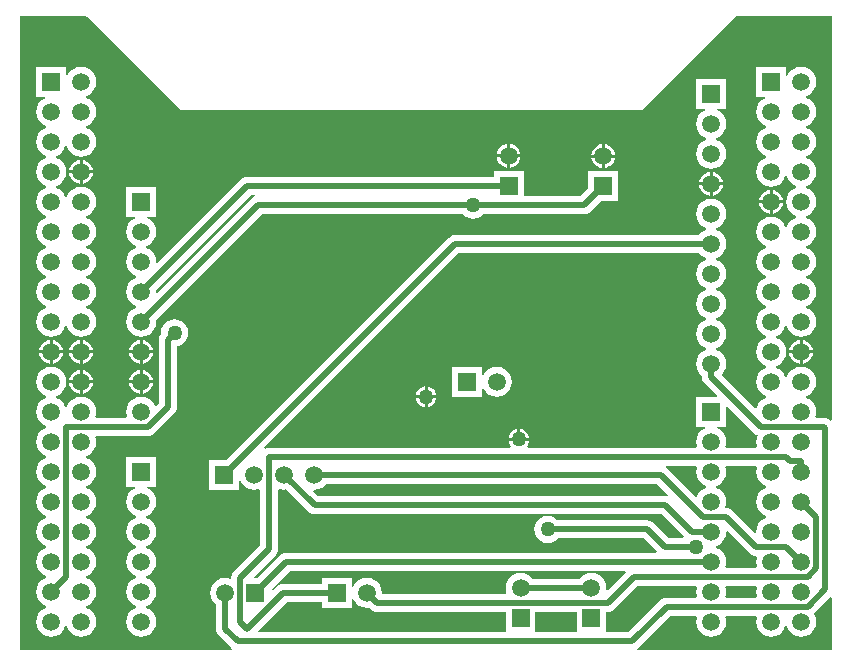
<source format=gbl>
G04*
G04 #@! TF.GenerationSoftware,Altium Limited,Altium Designer,18.1.6 (161)*
G04*
G04 Layer_Physical_Order=2*
G04 Layer_Color=16711680*
%FSLAX25Y25*%
%MOIN*%
G70*
G01*
G75*
%ADD26C,0.02000*%
%ADD27R,0.05906X0.05906*%
%ADD28C,0.05906*%
%ADD29R,0.05906X0.05906*%
%ADD30C,0.05000*%
G36*
X273042Y79245D02*
X272542Y79038D01*
X272440Y79140D01*
X271813Y79620D01*
X271083Y79923D01*
X270300Y80026D01*
X267801D01*
X267524Y80442D01*
X267620Y80676D01*
X267791Y81969D01*
X267620Y83262D01*
X267121Y84466D01*
X266328Y85501D01*
X265293Y86295D01*
X264320Y86698D01*
Y87239D01*
X265293Y87642D01*
X266328Y88436D01*
X267121Y89471D01*
X267620Y90676D01*
X267791Y91969D01*
X267620Y93261D01*
X267121Y94466D01*
X266328Y95501D01*
X265293Y96295D01*
X264088Y96794D01*
X262795Y96964D01*
X261502Y96794D01*
X260297Y96295D01*
X259263Y95501D01*
X258469Y94466D01*
X258066Y93493D01*
X257525D01*
X257121Y94466D01*
X256328Y95501D01*
X255293Y96295D01*
X254320Y96698D01*
Y97239D01*
X255293Y97642D01*
X256328Y98436D01*
X257121Y99471D01*
X257621Y100676D01*
X257791Y101969D01*
X257621Y103261D01*
X257121Y104466D01*
X256328Y105501D01*
X255293Y106295D01*
X254320Y106698D01*
Y107239D01*
X255293Y107642D01*
X256328Y108436D01*
X257121Y109471D01*
X257525Y110444D01*
X258066D01*
X258469Y109471D01*
X259263Y108436D01*
X260297Y107642D01*
X261502Y107143D01*
X262795Y106973D01*
X264088Y107143D01*
X265293Y107642D01*
X266328Y108436D01*
X267121Y109471D01*
X267620Y110676D01*
X267791Y111969D01*
X267620Y113261D01*
X267121Y114466D01*
X266328Y115501D01*
X265293Y116295D01*
X264320Y116698D01*
Y117239D01*
X265293Y117642D01*
X266328Y118436D01*
X267121Y119471D01*
X267620Y120676D01*
X267791Y121969D01*
X267620Y123261D01*
X267121Y124466D01*
X266328Y125501D01*
X265293Y126295D01*
X264320Y126698D01*
Y127239D01*
X265293Y127642D01*
X266328Y128436D01*
X267121Y129471D01*
X267620Y130676D01*
X267791Y131969D01*
X267620Y133262D01*
X267121Y134466D01*
X266328Y135501D01*
X265293Y136295D01*
X264320Y136698D01*
Y137239D01*
X265293Y137642D01*
X266328Y138436D01*
X267121Y139471D01*
X267620Y140676D01*
X267791Y141969D01*
X267620Y143262D01*
X267121Y144466D01*
X266328Y145501D01*
X265293Y146295D01*
X264320Y146698D01*
Y147239D01*
X265293Y147642D01*
X266328Y148436D01*
X267121Y149471D01*
X267620Y150676D01*
X267791Y151969D01*
X267620Y153261D01*
X267121Y154466D01*
X266328Y155501D01*
X265293Y156295D01*
X264320Y156698D01*
Y157239D01*
X265293Y157642D01*
X266328Y158436D01*
X267121Y159471D01*
X267620Y160676D01*
X267791Y161969D01*
X267620Y163261D01*
X267121Y164466D01*
X266328Y165501D01*
X265293Y166295D01*
X264320Y166698D01*
Y167239D01*
X265293Y167642D01*
X266328Y168436D01*
X267121Y169471D01*
X267620Y170676D01*
X267791Y171969D01*
X267620Y173261D01*
X267121Y174466D01*
X266328Y175501D01*
X265293Y176295D01*
X264320Y176698D01*
Y177239D01*
X265293Y177642D01*
X266328Y178436D01*
X267121Y179471D01*
X267620Y180676D01*
X267791Y181969D01*
X267620Y183262D01*
X267121Y184466D01*
X266328Y185501D01*
X265293Y186295D01*
X264320Y186698D01*
Y187239D01*
X265293Y187642D01*
X266328Y188436D01*
X267121Y189471D01*
X267620Y190676D01*
X267791Y191969D01*
X267620Y193262D01*
X267121Y194466D01*
X266328Y195501D01*
X265293Y196295D01*
X264088Y196794D01*
X262795Y196964D01*
X261502Y196794D01*
X260297Y196295D01*
X259263Y195501D01*
X258469Y194466D01*
X258248Y193933D01*
X257748Y194032D01*
Y196921D01*
X247843D01*
Y187016D01*
X250732D01*
X250831Y186516D01*
X250297Y186295D01*
X249263Y185501D01*
X248469Y184466D01*
X247970Y183262D01*
X247800Y181969D01*
X247970Y180676D01*
X248469Y179471D01*
X249263Y178436D01*
X250297Y177642D01*
X251271Y177239D01*
Y176698D01*
X250297Y176295D01*
X249263Y175501D01*
X248469Y174466D01*
X247970Y173261D01*
X247800Y171969D01*
X247970Y170676D01*
X248469Y169471D01*
X249263Y168436D01*
X250297Y167642D01*
X251271Y167239D01*
Y166698D01*
X250297Y166295D01*
X249263Y165501D01*
X248469Y164466D01*
X247970Y163261D01*
X247800Y161969D01*
X247970Y160676D01*
X248469Y159471D01*
X249263Y158436D01*
X250297Y157642D01*
X251502Y157143D01*
X252795Y156973D01*
X254088Y157143D01*
X255293Y157642D01*
X256328Y158436D01*
X257121Y159471D01*
X257525Y160444D01*
X258066D01*
X258469Y159471D01*
X259263Y158436D01*
X260297Y157642D01*
X261271Y157239D01*
Y156698D01*
X260297Y156295D01*
X259263Y155501D01*
X258469Y154466D01*
X257970Y153261D01*
X257800Y151969D01*
X257970Y150676D01*
X258469Y149471D01*
X259263Y148436D01*
X260297Y147642D01*
X261271Y147239D01*
Y146698D01*
X260297Y146295D01*
X259263Y145501D01*
X258469Y144466D01*
X258066Y143493D01*
X257525D01*
X257121Y144466D01*
X256328Y145501D01*
X255293Y146295D01*
X254088Y146794D01*
X252795Y146964D01*
X251502Y146794D01*
X250297Y146295D01*
X249263Y145501D01*
X248469Y144466D01*
X247970Y143262D01*
X247800Y141969D01*
X247970Y140676D01*
X248469Y139471D01*
X249263Y138436D01*
X250297Y137642D01*
X251271Y137239D01*
Y136698D01*
X250297Y136295D01*
X249263Y135501D01*
X248469Y134466D01*
X247970Y133262D01*
X247800Y131969D01*
X247970Y130676D01*
X248469Y129471D01*
X249263Y128436D01*
X250297Y127642D01*
X251271Y127239D01*
Y126698D01*
X250297Y126295D01*
X249263Y125501D01*
X248469Y124466D01*
X247970Y123261D01*
X247800Y121969D01*
X247970Y120676D01*
X248469Y119471D01*
X249263Y118436D01*
X250297Y117642D01*
X251271Y117239D01*
Y116698D01*
X250297Y116295D01*
X249263Y115501D01*
X248469Y114466D01*
X247970Y113261D01*
X247800Y111969D01*
X247970Y110676D01*
X248469Y109471D01*
X249263Y108436D01*
X250297Y107642D01*
X251271Y107239D01*
Y106698D01*
X250297Y106295D01*
X249263Y105501D01*
X248469Y104466D01*
X247970Y103261D01*
X247800Y101969D01*
X247970Y100676D01*
X248469Y99471D01*
X249263Y98436D01*
X250297Y97642D01*
X251271Y97239D01*
Y96698D01*
X250297Y96295D01*
X249263Y95501D01*
X248469Y94466D01*
X247970Y93261D01*
X247800Y91969D01*
X247970Y90676D01*
X248469Y89471D01*
X249263Y88436D01*
X250297Y87642D01*
X251271Y87239D01*
Y86698D01*
X250297Y86295D01*
X249263Y85501D01*
X248469Y84466D01*
X248015Y83371D01*
X247508Y83171D01*
X236323Y94356D01*
X236328Y94420D01*
X237121Y95455D01*
X237620Y96660D01*
X237791Y97953D01*
X237620Y99246D01*
X237121Y100450D01*
X236328Y101485D01*
X235293Y102279D01*
X234320Y102682D01*
Y103223D01*
X235293Y103626D01*
X236328Y104420D01*
X237121Y105455D01*
X237620Y106660D01*
X237791Y107953D01*
X237620Y109246D01*
X237121Y110450D01*
X236328Y111485D01*
X235293Y112279D01*
X234320Y112682D01*
Y113223D01*
X235293Y113626D01*
X236328Y114420D01*
X237121Y115455D01*
X237620Y116660D01*
X237791Y117953D01*
X237620Y119246D01*
X237121Y120450D01*
X236328Y121485D01*
X235293Y122279D01*
X234320Y122682D01*
Y123223D01*
X235293Y123626D01*
X236328Y124420D01*
X237121Y125455D01*
X237620Y126660D01*
X237791Y127953D01*
X237620Y129245D01*
X237121Y130450D01*
X236328Y131485D01*
X235293Y132279D01*
X234320Y132682D01*
Y133223D01*
X235293Y133626D01*
X236328Y134420D01*
X237121Y135455D01*
X237620Y136660D01*
X237791Y137953D01*
X237620Y139245D01*
X237121Y140450D01*
X236328Y141485D01*
X235293Y142279D01*
X234320Y142682D01*
Y143223D01*
X235293Y143626D01*
X236328Y144420D01*
X237121Y145455D01*
X237620Y146660D01*
X237791Y147953D01*
X237620Y149246D01*
X237121Y150450D01*
X236328Y151485D01*
X235293Y152279D01*
X234088Y152778D01*
X232795Y152948D01*
X231502Y152778D01*
X230297Y152279D01*
X229263Y151485D01*
X228469Y150450D01*
X227970Y149246D01*
X227800Y147953D01*
X227970Y146660D01*
X228469Y145455D01*
X229263Y144420D01*
X230297Y143626D01*
X231271Y143223D01*
Y142682D01*
X230297Y142279D01*
X229263Y141485D01*
X228874Y140979D01*
X147480D01*
X147480Y140979D01*
X146697Y140875D01*
X145967Y140573D01*
X145341Y140092D01*
X145341Y140092D01*
X71225Y65976D01*
X65598D01*
Y56071D01*
X75504D01*
Y58960D01*
X76004Y59060D01*
X76225Y58526D01*
X77019Y57491D01*
X78053Y56697D01*
X79258Y56198D01*
X80551Y56028D01*
X81844Y56198D01*
X82110Y56308D01*
X82525Y56030D01*
Y37605D01*
X73760Y28840D01*
X73280Y28213D01*
X72977Y27483D01*
X72877Y26723D01*
X72856Y26621D01*
X72458Y26355D01*
X72159Y26479D01*
X70866Y26649D01*
X69573Y26479D01*
X68369Y25980D01*
X67334Y25186D01*
X66540Y24151D01*
X66041Y22946D01*
X65871Y21654D01*
X66041Y20361D01*
X66540Y19156D01*
X67334Y18121D01*
X67840Y17733D01*
Y9634D01*
X67943Y8851D01*
X68246Y8121D01*
X68727Y7494D01*
X72860Y3360D01*
X72860Y3360D01*
X73266Y3049D01*
X73097Y2549D01*
X2549D01*
Y213986D01*
X24535D01*
X52332Y186190D01*
X55284Y183237D01*
X55284Y183237D01*
X55284Y183237D01*
X55664Y182983D01*
X56111Y182685D01*
X56111Y182685D01*
X56111Y182684D01*
X56541Y182599D01*
X57086Y182490D01*
X57087Y182490D01*
X57087Y182490D01*
X208661D01*
X209637Y182684D01*
X210464Y183237D01*
X218338Y191111D01*
X241213Y213986D01*
X273042D01*
Y79245D01*
D02*
G37*
G36*
X247260Y74860D02*
X247260Y74860D01*
X247887Y74379D01*
X248353Y74186D01*
X247970Y73261D01*
X247800Y71969D01*
X247970Y70676D01*
X248067Y70442D01*
X247789Y70026D01*
X237801D01*
X237524Y70442D01*
X237620Y70676D01*
X237791Y71969D01*
X237620Y73261D01*
X237121Y74466D01*
X236328Y75501D01*
X235293Y76295D01*
X234759Y76516D01*
X234859Y77016D01*
X237748D01*
Y83719D01*
X238210Y83911D01*
X247260Y74860D01*
D02*
G37*
G36*
X229263Y134420D02*
X230297Y133626D01*
X231271Y133223D01*
Y132682D01*
X230297Y132279D01*
X229263Y131485D01*
X228469Y130450D01*
X227970Y129245D01*
X227800Y127953D01*
X227970Y126660D01*
X228469Y125455D01*
X229263Y124420D01*
X230297Y123626D01*
X231271Y123223D01*
Y122682D01*
X230297Y122279D01*
X229263Y121485D01*
X228469Y120450D01*
X227970Y119246D01*
X227800Y117953D01*
X227970Y116660D01*
X228469Y115455D01*
X229263Y114420D01*
X230297Y113626D01*
X231271Y113223D01*
Y112682D01*
X230297Y112279D01*
X229263Y111485D01*
X228469Y110450D01*
X227970Y109246D01*
X227800Y107953D01*
X227970Y106660D01*
X228469Y105455D01*
X229263Y104420D01*
X230297Y103626D01*
X231271Y103223D01*
Y102682D01*
X230297Y102279D01*
X229263Y101485D01*
X228469Y100450D01*
X227970Y99246D01*
X227800Y97953D01*
X227970Y96660D01*
X228469Y95455D01*
X229263Y94420D01*
X229769Y94032D01*
Y93605D01*
X229872Y92822D01*
X230175Y92092D01*
X230656Y91465D01*
X234737Y87383D01*
X234546Y86921D01*
X227842D01*
Y77016D01*
X230732D01*
X230831Y76516D01*
X230297Y76295D01*
X229263Y75501D01*
X228469Y74466D01*
X227970Y73261D01*
X227800Y71969D01*
X227970Y70676D01*
X228067Y70442D01*
X227789Y70026D01*
X171639D01*
X171400Y70526D01*
X171817Y71070D01*
X172170Y71921D01*
X172224Y72335D01*
X165295D01*
X165350Y71921D01*
X165703Y71070D01*
X166120Y70526D01*
X165881Y70026D01*
X85551D01*
X84768Y69923D01*
X84202Y69688D01*
X83919Y70112D01*
X148734Y134927D01*
X228874D01*
X229263Y134420D01*
D02*
G37*
G36*
X218436Y54285D02*
X218379Y54113D01*
X218177Y53837D01*
X217500Y53926D01*
X101928D01*
X100266Y55588D01*
X100487Y56037D01*
X100551Y56028D01*
X101844Y56198D01*
X103049Y56697D01*
X104084Y57491D01*
X104472Y57998D01*
X214723D01*
X218436Y54285D01*
D02*
G37*
G36*
X228093Y63558D02*
X227970Y63261D01*
X227800Y61969D01*
X227970Y60676D01*
X228469Y59471D01*
X229263Y58436D01*
X230297Y57642D01*
X231271Y57239D01*
Y56698D01*
X230297Y56295D01*
X229263Y55501D01*
X228469Y54466D01*
X228156Y53711D01*
X227666Y53614D01*
X218116Y63163D01*
X217711Y63474D01*
X217881Y63974D01*
X227815D01*
X228093Y63558D01*
D02*
G37*
G36*
X248093D02*
X247970Y63261D01*
X247800Y61969D01*
X247970Y60676D01*
X248469Y59471D01*
X249263Y58436D01*
X250297Y57642D01*
X251271Y57239D01*
Y56698D01*
X250297Y56295D01*
X249263Y55501D01*
X248469Y54466D01*
X247970Y53262D01*
X247800Y51969D01*
X247970Y50676D01*
X248469Y49471D01*
X249263Y48436D01*
X250297Y47642D01*
X251271Y47239D01*
Y46698D01*
X250297Y46295D01*
X249263Y45501D01*
X248469Y44466D01*
X247970Y43262D01*
X247802Y41985D01*
X247653Y41872D01*
X247354Y41725D01*
X239940Y49140D01*
X239313Y49621D01*
X238583Y49923D01*
X237888Y50014D01*
X237569Y50371D01*
X237523Y50440D01*
X237620Y50676D01*
X237791Y51969D01*
X237620Y53262D01*
X237121Y54466D01*
X236328Y55501D01*
X235293Y56295D01*
X234320Y56698D01*
Y57239D01*
X235293Y57642D01*
X236328Y58436D01*
X237121Y59471D01*
X237620Y60676D01*
X237791Y61969D01*
X237620Y63261D01*
X237497Y63558D01*
X237775Y63974D01*
X247815D01*
X248093Y63558D01*
D02*
G37*
G36*
X89258Y56198D02*
X90551Y56028D01*
X91184Y56111D01*
X98535Y48760D01*
X99162Y48280D01*
X99892Y47977D01*
X100675Y47874D01*
X216247D01*
X223633Y40488D01*
X223442Y40026D01*
X218653D01*
X213740Y44940D01*
X213113Y45421D01*
X212383Y45723D01*
X211600Y45826D01*
X181750D01*
X181609Y46009D01*
X180669Y46731D01*
X179575Y47184D01*
X178400Y47339D01*
X177225Y47184D01*
X176131Y46731D01*
X175191Y46009D01*
X174469Y45069D01*
X174016Y43975D01*
X173861Y42800D01*
X174016Y41625D01*
X174469Y40531D01*
X175191Y39591D01*
X176131Y38869D01*
X177225Y38416D01*
X178400Y38261D01*
X179575Y38416D01*
X180669Y38869D01*
X181609Y39591D01*
X181750Y39774D01*
X210347D01*
X214664Y35456D01*
X214473Y34995D01*
X91181D01*
X90398Y34891D01*
X89668Y34589D01*
X89042Y34108D01*
X81540Y26606D01*
X80739D01*
X80548Y27068D01*
X87691Y34212D01*
X88172Y34838D01*
X88474Y35568D01*
X88525Y35960D01*
X88577Y36351D01*
X88577Y36351D01*
Y56030D01*
X88993Y56308D01*
X89258Y56198D01*
D02*
G37*
G36*
X245660Y34860D02*
X245660Y34860D01*
X246287Y34380D01*
X247017Y34077D01*
X247728Y33984D01*
X248028Y33655D01*
X248093Y33558D01*
X247970Y33261D01*
X247800Y31969D01*
X247970Y30676D01*
X248067Y30442D01*
X247789Y30026D01*
X237801D01*
X237524Y30442D01*
X237620Y30676D01*
X237791Y31969D01*
X237620Y33261D01*
X237121Y34466D01*
X236328Y35501D01*
X235293Y36295D01*
X234320Y36698D01*
Y37239D01*
X235293Y37642D01*
X236328Y38436D01*
X237121Y39471D01*
X237620Y40676D01*
X237791Y41969D01*
X237777Y42074D01*
X238225Y42296D01*
X245660Y34860D01*
D02*
G37*
G36*
X204302Y28481D02*
X198303Y22482D01*
X197829Y22716D01*
X197909Y23319D01*
X197739Y24612D01*
X197240Y25817D01*
X196446Y26851D01*
X195411Y27645D01*
X194206Y28144D01*
X192913Y28315D01*
X191621Y28144D01*
X190416Y27645D01*
X189381Y26851D01*
X188993Y26345D01*
X173212D01*
X172824Y26851D01*
X171789Y27645D01*
X170584Y28144D01*
X169291Y28315D01*
X167999Y28144D01*
X166794Y27645D01*
X165759Y26851D01*
X164965Y25817D01*
X164466Y24612D01*
X164296Y23319D01*
X164466Y22026D01*
X164584Y21742D01*
X164306Y21326D01*
X123393D01*
X123106Y21654D01*
X122935Y22946D01*
X122436Y24151D01*
X121642Y25186D01*
X120608Y25980D01*
X119403Y26479D01*
X118110Y26649D01*
X116817Y26479D01*
X115612Y25980D01*
X114578Y25186D01*
X113784Y24151D01*
X113563Y23618D01*
X113063Y23717D01*
Y26606D01*
X103157D01*
Y24679D01*
X90154D01*
X89370Y24576D01*
X88641Y24274D01*
X88014Y23793D01*
X88014Y23793D01*
X86694Y22474D01*
X86152Y22638D01*
X86148Y22656D01*
X92435Y28943D01*
X204110D01*
X204302Y28481D01*
D02*
G37*
G36*
X248093Y23558D02*
X247970Y23261D01*
X247800Y21969D01*
X247970Y20676D01*
X248067Y20442D01*
X247789Y20026D01*
X237801D01*
X237524Y20442D01*
X237620Y20676D01*
X237791Y21969D01*
X237620Y23261D01*
X237497Y23558D01*
X237775Y23974D01*
X247815D01*
X248093Y23558D01*
D02*
G37*
G36*
X228093D02*
X227970Y23261D01*
X227800Y21969D01*
X227970Y20676D01*
X228067Y20442D01*
X227789Y20026D01*
X218000D01*
X218000Y20026D01*
X217217Y19923D01*
X216487Y19621D01*
X215860Y19140D01*
X215860Y19140D01*
X205247Y8526D01*
X197866D01*
Y15274D01*
X198400D01*
X199183Y15377D01*
X199913Y15679D01*
X200540Y16160D01*
X208353Y23974D01*
X227815D01*
X228093Y23558D01*
D02*
G37*
G36*
X113784Y19156D02*
X114578Y18121D01*
X115612Y17327D01*
X116817Y16828D01*
X118110Y16658D01*
X118743Y16741D01*
X119324Y16160D01*
X119324Y16160D01*
X119951Y15679D01*
X120681Y15377D01*
X121464Y15274D01*
X121464Y15274D01*
X164339D01*
Y8526D01*
X81958D01*
X81767Y8988D01*
X91407Y18628D01*
X103157D01*
Y16701D01*
X113063D01*
Y19590D01*
X113563Y19690D01*
X113784Y19156D01*
D02*
G37*
G36*
X187961Y8526D02*
X174244D01*
Y15274D01*
X187961D01*
Y8526D01*
D02*
G37*
G36*
X273042Y20055D02*
Y2549D01*
X208403D01*
X208234Y3049D01*
X208640Y3360D01*
X219253Y13974D01*
X227815D01*
X228093Y13558D01*
X227970Y13262D01*
X227800Y11969D01*
X227970Y10676D01*
X228469Y9471D01*
X229263Y8436D01*
X230297Y7642D01*
X231502Y7143D01*
X232795Y6973D01*
X234088Y7143D01*
X235293Y7642D01*
X236328Y8436D01*
X237121Y9471D01*
X237620Y10676D01*
X237791Y11969D01*
X237620Y13262D01*
X237497Y13558D01*
X237775Y13974D01*
X247815D01*
X248093Y13558D01*
X247970Y13262D01*
X247800Y11969D01*
X247970Y10676D01*
X248469Y9471D01*
X249263Y8436D01*
X250297Y7642D01*
X251502Y7143D01*
X252795Y6973D01*
X254088Y7143D01*
X255293Y7642D01*
X256328Y8436D01*
X257121Y9471D01*
X257525Y10444D01*
X258066D01*
X258469Y9471D01*
X259263Y8436D01*
X260297Y7642D01*
X261502Y7143D01*
X262795Y6973D01*
X264088Y7143D01*
X265293Y7642D01*
X266328Y8436D01*
X267121Y9471D01*
X267620Y10676D01*
X267791Y11969D01*
X267620Y13262D01*
X267121Y14466D01*
X266938Y14706D01*
X267140Y14860D01*
X272542Y20262D01*
X273042Y20055D01*
D02*
G37*
%LPC*%
G36*
X22795Y196964D02*
X21502Y196794D01*
X20298Y196295D01*
X19263Y195501D01*
X18469Y194466D01*
X18248Y193933D01*
X17748Y194032D01*
Y196921D01*
X7842D01*
Y187016D01*
X10732D01*
X10831Y186516D01*
X10298Y186295D01*
X9263Y185501D01*
X8469Y184466D01*
X7970Y183262D01*
X7800Y181969D01*
X7970Y180676D01*
X8469Y179471D01*
X9263Y178436D01*
X10298Y177642D01*
X11271Y177239D01*
Y176698D01*
X10298Y176295D01*
X9263Y175501D01*
X8469Y174466D01*
X7970Y173261D01*
X7800Y171969D01*
X7970Y170676D01*
X8469Y169471D01*
X9263Y168436D01*
X10298Y167642D01*
X11271Y167239D01*
Y166698D01*
X10298Y166295D01*
X9263Y165501D01*
X8469Y164466D01*
X7970Y163261D01*
X7800Y161969D01*
X7970Y160676D01*
X8469Y159471D01*
X9263Y158436D01*
X10298Y157642D01*
X11271Y157239D01*
Y156698D01*
X10298Y156295D01*
X9263Y155501D01*
X8469Y154466D01*
X7970Y153261D01*
X7800Y151969D01*
X7970Y150676D01*
X8469Y149471D01*
X9263Y148436D01*
X10298Y147642D01*
X11271Y147239D01*
Y146698D01*
X10298Y146295D01*
X9263Y145501D01*
X8469Y144466D01*
X7970Y143262D01*
X7800Y141969D01*
X7970Y140676D01*
X8469Y139471D01*
X9263Y138436D01*
X10298Y137642D01*
X11271Y137239D01*
Y136698D01*
X10298Y136295D01*
X9263Y135501D01*
X8469Y134466D01*
X7970Y133262D01*
X7800Y131969D01*
X7970Y130676D01*
X8469Y129471D01*
X9263Y128436D01*
X10298Y127642D01*
X11271Y127239D01*
Y126698D01*
X10298Y126295D01*
X9263Y125501D01*
X8469Y124466D01*
X7970Y123261D01*
X7800Y121969D01*
X7970Y120676D01*
X8469Y119471D01*
X9263Y118436D01*
X10298Y117642D01*
X11271Y117239D01*
Y116698D01*
X10298Y116295D01*
X9263Y115501D01*
X8469Y114466D01*
X7970Y113261D01*
X7800Y111969D01*
X7970Y110676D01*
X8469Y109471D01*
X9263Y108436D01*
X10298Y107642D01*
X11502Y107143D01*
X12795Y106973D01*
X14088Y107143D01*
X15293Y107642D01*
X16328Y108436D01*
X17121Y109471D01*
X17525Y110444D01*
X18066D01*
X18469Y109471D01*
X19263Y108436D01*
X20298Y107642D01*
X21502Y107143D01*
X22795Y106973D01*
X24088Y107143D01*
X25293Y107642D01*
X26327Y108436D01*
X27121Y109471D01*
X27621Y110676D01*
X27791Y111969D01*
X27621Y113261D01*
X27121Y114466D01*
X26327Y115501D01*
X25293Y116295D01*
X24320Y116698D01*
Y117239D01*
X25293Y117642D01*
X26327Y118436D01*
X27121Y119471D01*
X27621Y120676D01*
X27791Y121969D01*
X27621Y123261D01*
X27121Y124466D01*
X26327Y125501D01*
X25293Y126295D01*
X24320Y126698D01*
Y127239D01*
X25293Y127642D01*
X26327Y128436D01*
X27121Y129471D01*
X27621Y130676D01*
X27791Y131969D01*
X27621Y133262D01*
X27121Y134466D01*
X26327Y135501D01*
X25293Y136295D01*
X24320Y136698D01*
Y137239D01*
X25293Y137642D01*
X26327Y138436D01*
X27121Y139471D01*
X27621Y140676D01*
X27791Y141969D01*
X27621Y143262D01*
X27121Y144466D01*
X26327Y145501D01*
X25293Y146295D01*
X24320Y146698D01*
Y147239D01*
X25293Y147642D01*
X26327Y148436D01*
X27121Y149471D01*
X27621Y150676D01*
X27791Y151969D01*
X27621Y153261D01*
X27121Y154466D01*
X26327Y155501D01*
X25293Y156295D01*
X24088Y156794D01*
X22795Y156964D01*
X21502Y156794D01*
X20298Y156295D01*
X19263Y155501D01*
X18469Y154466D01*
X18066Y153493D01*
X17525D01*
X17121Y154466D01*
X16328Y155501D01*
X15293Y156295D01*
X14320Y156698D01*
Y157239D01*
X15293Y157642D01*
X16328Y158436D01*
X17121Y159471D01*
X17620Y160676D01*
X17791Y161969D01*
X17620Y163261D01*
X17121Y164466D01*
X16328Y165501D01*
X15293Y166295D01*
X14320Y166698D01*
Y167239D01*
X15293Y167642D01*
X16328Y168436D01*
X17121Y169471D01*
X17525Y170444D01*
X18066D01*
X18469Y169471D01*
X19263Y168436D01*
X20298Y167642D01*
X21502Y167143D01*
X22795Y166973D01*
X24088Y167143D01*
X25293Y167642D01*
X26327Y168436D01*
X27121Y169471D01*
X27621Y170676D01*
X27791Y171969D01*
X27621Y173261D01*
X27121Y174466D01*
X26327Y175501D01*
X25293Y176295D01*
X24320Y176698D01*
Y177239D01*
X25293Y177642D01*
X26327Y178436D01*
X27121Y179471D01*
X27621Y180676D01*
X27791Y181969D01*
X27621Y183262D01*
X27121Y184466D01*
X26327Y185501D01*
X25293Y186295D01*
X24320Y186698D01*
Y187239D01*
X25293Y187642D01*
X26327Y188436D01*
X27121Y189471D01*
X27621Y190676D01*
X27791Y191969D01*
X27621Y193262D01*
X27121Y194466D01*
X26327Y195501D01*
X25293Y196295D01*
X24088Y196794D01*
X22795Y196964D01*
D02*
G37*
G36*
X165854Y171244D02*
Y167823D01*
X169275D01*
X169205Y168355D01*
X168807Y169316D01*
X168174Y170142D01*
X167348Y170775D01*
X166386Y171174D01*
X165854Y171244D01*
D02*
G37*
G36*
X164854D02*
X164322Y171174D01*
X163361Y170775D01*
X162535Y170142D01*
X161902Y169316D01*
X161503Y168355D01*
X161433Y167823D01*
X164854D01*
Y171244D01*
D02*
G37*
G36*
X197350Y171165D02*
Y167744D01*
X200771D01*
X200701Y168276D01*
X200303Y169238D01*
X199670Y170063D01*
X198844Y170697D01*
X197882Y171095D01*
X197350Y171165D01*
D02*
G37*
G36*
X196350D02*
X195818Y171095D01*
X194857Y170697D01*
X194031Y170063D01*
X193398Y169238D01*
X192999Y168276D01*
X192929Y167744D01*
X196350D01*
Y171165D01*
D02*
G37*
G36*
X169275Y166823D02*
X165854D01*
Y163402D01*
X166386Y163472D01*
X167348Y163870D01*
X168174Y164504D01*
X168807Y165329D01*
X169205Y166291D01*
X169275Y166823D01*
D02*
G37*
G36*
X164854D02*
X161433D01*
X161503Y166291D01*
X161902Y165329D01*
X162535Y164504D01*
X163361Y163870D01*
X164322Y163472D01*
X164854Y163402D01*
Y166823D01*
D02*
G37*
G36*
X200771Y166744D02*
X197350D01*
Y163323D01*
X197882Y163393D01*
X198844Y163792D01*
X199670Y164425D01*
X200303Y165251D01*
X200701Y166212D01*
X200771Y166744D01*
D02*
G37*
G36*
X196350D02*
X192929D01*
X192999Y166212D01*
X193398Y165251D01*
X194031Y164425D01*
X194857Y163792D01*
X195818Y163393D01*
X196350Y163323D01*
Y166744D01*
D02*
G37*
G36*
X237748Y192905D02*
X227842D01*
Y183000D01*
X230732D01*
X230831Y182500D01*
X230297Y182279D01*
X229263Y181485D01*
X228469Y180450D01*
X227970Y179245D01*
X227800Y177953D01*
X227970Y176660D01*
X228469Y175455D01*
X229263Y174420D01*
X230297Y173626D01*
X231271Y173223D01*
Y172682D01*
X230297Y172279D01*
X229263Y171485D01*
X228469Y170450D01*
X227970Y169246D01*
X227800Y167953D01*
X227970Y166660D01*
X228469Y165455D01*
X229263Y164420D01*
X230297Y163626D01*
X231502Y163127D01*
X232795Y162957D01*
X234088Y163127D01*
X235293Y163626D01*
X236328Y164420D01*
X237121Y165455D01*
X237620Y166660D01*
X237791Y167953D01*
X237620Y169246D01*
X237121Y170450D01*
X236328Y171485D01*
X235293Y172279D01*
X234320Y172682D01*
Y173223D01*
X235293Y173626D01*
X236328Y174420D01*
X237121Y175455D01*
X237620Y176660D01*
X237791Y177953D01*
X237620Y179245D01*
X237121Y180450D01*
X236328Y181485D01*
X235293Y182279D01*
X234759Y182500D01*
X234859Y183000D01*
X237748D01*
Y192905D01*
D02*
G37*
G36*
X23295Y165890D02*
Y162469D01*
X26716D01*
X26646Y163001D01*
X26248Y163962D01*
X25614Y164788D01*
X24789Y165421D01*
X23827Y165820D01*
X23295Y165890D01*
D02*
G37*
G36*
X22295D02*
X21763Y165820D01*
X20802Y165421D01*
X19976Y164788D01*
X19342Y163962D01*
X18944Y163001D01*
X18874Y162469D01*
X22295D01*
Y165890D01*
D02*
G37*
G36*
X233295Y161874D02*
Y158453D01*
X236716D01*
X236646Y158984D01*
X236248Y159946D01*
X235614Y160772D01*
X234789Y161405D01*
X233827Y161804D01*
X233295Y161874D01*
D02*
G37*
G36*
X232295D02*
X231763Y161804D01*
X230802Y161405D01*
X229976Y160772D01*
X229343Y159946D01*
X228944Y158984D01*
X228874Y158453D01*
X232295D01*
Y161874D01*
D02*
G37*
G36*
X26716Y161469D02*
X23295D01*
Y158048D01*
X23827Y158118D01*
X24789Y158516D01*
X25614Y159150D01*
X26248Y159975D01*
X26646Y160937D01*
X26716Y161469D01*
D02*
G37*
G36*
X22295D02*
X18874D01*
X18944Y160937D01*
X19342Y159975D01*
X19976Y159150D01*
X20802Y158516D01*
X21763Y158118D01*
X22295Y158048D01*
Y161469D01*
D02*
G37*
G36*
X236716Y157453D02*
X233295D01*
Y154032D01*
X233827Y154102D01*
X234789Y154500D01*
X235614Y155133D01*
X236248Y155959D01*
X236646Y156921D01*
X236716Y157453D01*
D02*
G37*
G36*
X232295D02*
X228874D01*
X228944Y156921D01*
X229343Y155959D01*
X229976Y155133D01*
X230802Y154500D01*
X231763Y154102D01*
X232295Y154032D01*
Y157453D01*
D02*
G37*
G36*
X253295Y155890D02*
Y152469D01*
X256716D01*
X256646Y153000D01*
X256248Y153962D01*
X255614Y154788D01*
X254789Y155421D01*
X253827Y155820D01*
X253295Y155890D01*
D02*
G37*
G36*
X252295D02*
X251763Y155820D01*
X250802Y155421D01*
X249976Y154788D01*
X249342Y153962D01*
X248944Y153000D01*
X248874Y152469D01*
X252295D01*
Y155890D01*
D02*
G37*
G36*
X256716Y151469D02*
X253295D01*
Y148048D01*
X253827Y148118D01*
X254789Y148516D01*
X255614Y149150D01*
X256248Y149975D01*
X256646Y150937D01*
X256716Y151469D01*
D02*
G37*
G36*
X252295D02*
X248874D01*
X248944Y150937D01*
X249342Y149975D01*
X249976Y149150D01*
X250802Y148516D01*
X251763Y148118D01*
X252295Y148048D01*
Y151469D01*
D02*
G37*
G36*
X170307Y162276D02*
X160402D01*
Y160349D01*
X78149D01*
X77366Y160246D01*
X76636Y159943D01*
X76010Y159462D01*
X48231Y131683D01*
X47782Y131904D01*
X47791Y131969D01*
X47620Y133262D01*
X47121Y134466D01*
X46327Y135501D01*
X45293Y136295D01*
X44320Y136698D01*
Y137239D01*
X45293Y137642D01*
X46327Y138436D01*
X47121Y139471D01*
X47620Y140676D01*
X47791Y141969D01*
X47620Y143262D01*
X47121Y144466D01*
X46327Y145501D01*
X45293Y146295D01*
X44759Y146516D01*
X44859Y147016D01*
X47748D01*
Y156921D01*
X37843D01*
Y147016D01*
X40732D01*
X40831Y146516D01*
X40297Y146295D01*
X39263Y145501D01*
X38469Y144466D01*
X37970Y143262D01*
X37800Y141969D01*
X37970Y140676D01*
X38469Y139471D01*
X39263Y138436D01*
X40297Y137642D01*
X41271Y137239D01*
Y136698D01*
X40297Y136295D01*
X39263Y135501D01*
X38469Y134466D01*
X37970Y133262D01*
X37800Y131969D01*
X37970Y130676D01*
X38469Y129471D01*
X39263Y128436D01*
X40297Y127642D01*
X41271Y127239D01*
Y126698D01*
X40297Y126295D01*
X39263Y125501D01*
X38469Y124466D01*
X37970Y123261D01*
X37800Y121969D01*
X37970Y120676D01*
X38469Y119471D01*
X39263Y118436D01*
X40297Y117642D01*
X41271Y117239D01*
Y116698D01*
X40297Y116295D01*
X39263Y115501D01*
X38469Y114466D01*
X37970Y113261D01*
X37800Y111969D01*
X37970Y110676D01*
X38469Y109471D01*
X39263Y108436D01*
X40297Y107642D01*
X41502Y107143D01*
X42795Y106973D01*
X44088Y107143D01*
X45293Y107642D01*
X46327Y108436D01*
X47121Y109471D01*
X47620Y110676D01*
X47791Y111969D01*
X47707Y112601D01*
X82980Y147874D01*
X150193D01*
X150334Y147691D01*
X151274Y146969D01*
X152369Y146516D01*
X153543Y146361D01*
X154718Y146516D01*
X155813Y146969D01*
X156753Y147691D01*
X156894Y147874D01*
X190506D01*
X191289Y147977D01*
X192019Y148280D01*
X192646Y148760D01*
X196177Y152292D01*
X201803D01*
Y162197D01*
X191898D01*
Y156571D01*
X189253Y153926D01*
X170307D01*
Y162276D01*
D02*
G37*
G36*
X263295Y105890D02*
Y102469D01*
X266716D01*
X266646Y103000D01*
X266248Y103962D01*
X265614Y104788D01*
X264789Y105421D01*
X263827Y105820D01*
X263295Y105890D01*
D02*
G37*
G36*
X43295D02*
Y102469D01*
X46716D01*
X46646Y103000D01*
X46248Y103962D01*
X45614Y104788D01*
X44789Y105421D01*
X43827Y105820D01*
X43295Y105890D01*
D02*
G37*
G36*
X23295D02*
Y102469D01*
X26716D01*
X26646Y103000D01*
X26248Y103962D01*
X25614Y104788D01*
X24789Y105421D01*
X23827Y105820D01*
X23295Y105890D01*
D02*
G37*
G36*
X13295D02*
Y102469D01*
X16716D01*
X16646Y103000D01*
X16248Y103962D01*
X15614Y104788D01*
X14789Y105421D01*
X13827Y105820D01*
X13295Y105890D01*
D02*
G37*
G36*
X262295D02*
X261763Y105820D01*
X260802Y105421D01*
X259976Y104788D01*
X259343Y103962D01*
X258944Y103000D01*
X258874Y102469D01*
X262295D01*
Y105890D01*
D02*
G37*
G36*
X42295D02*
X41763Y105820D01*
X40802Y105421D01*
X39976Y104788D01*
X39342Y103962D01*
X38944Y103000D01*
X38874Y102469D01*
X42295D01*
Y105890D01*
D02*
G37*
G36*
X22295D02*
X21763Y105820D01*
X20802Y105421D01*
X19976Y104788D01*
X19342Y103962D01*
X18944Y103000D01*
X18874Y102469D01*
X22295D01*
Y105890D01*
D02*
G37*
G36*
X12295D02*
X11763Y105820D01*
X10802Y105421D01*
X9976Y104788D01*
X9342Y103962D01*
X8944Y103000D01*
X8874Y102469D01*
X12295D01*
Y105890D01*
D02*
G37*
G36*
X266716Y101469D02*
X263295D01*
Y98048D01*
X263827Y98118D01*
X264789Y98516D01*
X265614Y99150D01*
X266248Y99975D01*
X266646Y100937D01*
X266716Y101469D01*
D02*
G37*
G36*
X46716D02*
X43295D01*
Y98048D01*
X43827Y98118D01*
X44789Y98516D01*
X45614Y99150D01*
X46248Y99975D01*
X46646Y100937D01*
X46716Y101469D01*
D02*
G37*
G36*
X26716D02*
X23295D01*
Y98048D01*
X23827Y98118D01*
X24789Y98516D01*
X25614Y99150D01*
X26248Y99975D01*
X26646Y100937D01*
X26716Y101469D01*
D02*
G37*
G36*
X16716D02*
X13295D01*
Y98048D01*
X13827Y98118D01*
X14789Y98516D01*
X15614Y99150D01*
X16248Y99975D01*
X16646Y100937D01*
X16716Y101469D01*
D02*
G37*
G36*
X262295D02*
X258874D01*
X258944Y100937D01*
X259343Y99975D01*
X259976Y99150D01*
X260802Y98516D01*
X261763Y98118D01*
X262295Y98048D01*
Y101469D01*
D02*
G37*
G36*
X42295D02*
X38874D01*
X38944Y100937D01*
X39342Y99975D01*
X39976Y99150D01*
X40802Y98516D01*
X41763Y98118D01*
X42295Y98048D01*
Y101469D01*
D02*
G37*
G36*
X22295D02*
X18874D01*
X18944Y100937D01*
X19342Y99975D01*
X19976Y99150D01*
X20802Y98516D01*
X21763Y98118D01*
X22295Y98048D01*
Y101469D01*
D02*
G37*
G36*
X12295D02*
X8874D01*
X8944Y100937D01*
X9342Y99975D01*
X9976Y99150D01*
X10802Y98516D01*
X11763Y98118D01*
X12295Y98048D01*
Y101469D01*
D02*
G37*
G36*
X43295Y95890D02*
Y92469D01*
X46716D01*
X46646Y93001D01*
X46248Y93962D01*
X45614Y94788D01*
X44789Y95421D01*
X43827Y95820D01*
X43295Y95890D01*
D02*
G37*
G36*
X23295D02*
Y92469D01*
X26716D01*
X26646Y93001D01*
X26248Y93962D01*
X25614Y94788D01*
X24789Y95421D01*
X23827Y95820D01*
X23295Y95890D01*
D02*
G37*
G36*
X42295D02*
X41763Y95820D01*
X40802Y95421D01*
X39976Y94788D01*
X39342Y93962D01*
X38944Y93001D01*
X38874Y92469D01*
X42295D01*
Y95890D01*
D02*
G37*
G36*
X22295D02*
X21763Y95820D01*
X20802Y95421D01*
X19976Y94788D01*
X19342Y93962D01*
X18944Y93001D01*
X18874Y92469D01*
X22295D01*
Y95890D01*
D02*
G37*
G36*
X46716Y91469D02*
X43295D01*
Y88048D01*
X43827Y88118D01*
X44789Y88516D01*
X45614Y89149D01*
X46248Y89975D01*
X46646Y90937D01*
X46716Y91469D01*
D02*
G37*
G36*
X26716D02*
X23295D01*
Y88048D01*
X23827Y88118D01*
X24789Y88516D01*
X25614Y89149D01*
X26248Y89975D01*
X26646Y90937D01*
X26716Y91469D01*
D02*
G37*
G36*
X42295D02*
X38874D01*
X38944Y90937D01*
X39342Y89975D01*
X39976Y89149D01*
X40802Y88516D01*
X41763Y88118D01*
X42295Y88048D01*
Y91469D01*
D02*
G37*
G36*
X22295D02*
X18874D01*
X18944Y90937D01*
X19342Y89975D01*
X19976Y89149D01*
X20802Y88516D01*
X21763Y88118D01*
X22295Y88048D01*
Y91469D01*
D02*
G37*
G36*
X54000Y112839D02*
X52825Y112684D01*
X51731Y112231D01*
X50791Y111509D01*
X50069Y110569D01*
X49616Y109475D01*
X49461Y108300D01*
X49494Y108053D01*
X49079Y107513D01*
X48777Y106783D01*
X48674Y106000D01*
Y84953D01*
X47752Y84031D01*
X47261Y84128D01*
X47121Y84466D01*
X46327Y85501D01*
X45293Y86295D01*
X44088Y86794D01*
X42795Y86964D01*
X41502Y86794D01*
X40297Y86295D01*
X39263Y85501D01*
X38469Y84466D01*
X37970Y83262D01*
X37800Y81969D01*
X37970Y80676D01*
X38067Y80442D01*
X37789Y80026D01*
X27801D01*
X27523Y80442D01*
X27621Y80676D01*
X27791Y81969D01*
X27621Y83262D01*
X27121Y84466D01*
X26327Y85501D01*
X25293Y86295D01*
X24088Y86794D01*
X22795Y86964D01*
X21502Y86794D01*
X20298Y86295D01*
X19263Y85501D01*
X18469Y84466D01*
X18066Y83493D01*
X17525D01*
X17121Y84466D01*
X16328Y85501D01*
X15293Y86295D01*
X14320Y86698D01*
Y87239D01*
X15293Y87642D01*
X16328Y88436D01*
X17121Y89471D01*
X17620Y90676D01*
X17791Y91969D01*
X17620Y93261D01*
X17121Y94466D01*
X16328Y95501D01*
X15293Y96295D01*
X14088Y96794D01*
X12795Y96964D01*
X11502Y96794D01*
X10298Y96295D01*
X9263Y95501D01*
X8469Y94466D01*
X7970Y93261D01*
X7800Y91969D01*
X7970Y90676D01*
X8469Y89471D01*
X9263Y88436D01*
X10298Y87642D01*
X11271Y87239D01*
Y86698D01*
X10298Y86295D01*
X9263Y85501D01*
X8469Y84466D01*
X7970Y83262D01*
X7800Y81969D01*
X7970Y80676D01*
X8469Y79471D01*
X9263Y78436D01*
X10298Y77642D01*
X11271Y77239D01*
Y76698D01*
X10298Y76295D01*
X9263Y75501D01*
X8469Y74466D01*
X7970Y73261D01*
X7800Y71969D01*
X7970Y70676D01*
X8469Y69471D01*
X9263Y68436D01*
X10298Y67642D01*
X11271Y67239D01*
Y66698D01*
X10298Y66295D01*
X9263Y65501D01*
X8469Y64466D01*
X7970Y63261D01*
X7800Y61969D01*
X7970Y60676D01*
X8469Y59471D01*
X9263Y58436D01*
X10298Y57642D01*
X11271Y57239D01*
Y56698D01*
X10298Y56295D01*
X9263Y55501D01*
X8469Y54466D01*
X7970Y53262D01*
X7800Y51969D01*
X7970Y50676D01*
X8469Y49471D01*
X9263Y48436D01*
X10298Y47642D01*
X11271Y47239D01*
Y46698D01*
X10298Y46295D01*
X9263Y45501D01*
X8469Y44466D01*
X7970Y43262D01*
X7800Y41969D01*
X7970Y40676D01*
X8469Y39471D01*
X9263Y38436D01*
X10298Y37642D01*
X11271Y37239D01*
Y36698D01*
X10298Y36295D01*
X9263Y35501D01*
X8469Y34466D01*
X7970Y33261D01*
X7800Y31969D01*
X7970Y30676D01*
X8469Y29471D01*
X9263Y28436D01*
X10298Y27642D01*
X11271Y27239D01*
Y26698D01*
X10298Y26295D01*
X9263Y25501D01*
X8469Y24466D01*
X7970Y23261D01*
X7800Y21969D01*
X7970Y20676D01*
X8469Y19471D01*
X9263Y18436D01*
X10298Y17642D01*
X11271Y17239D01*
Y16698D01*
X10298Y16295D01*
X9263Y15501D01*
X8469Y14466D01*
X7970Y13262D01*
X7800Y11969D01*
X7970Y10676D01*
X8469Y9471D01*
X9263Y8436D01*
X10298Y7642D01*
X11502Y7143D01*
X12795Y6973D01*
X14088Y7143D01*
X15293Y7642D01*
X16328Y8436D01*
X17121Y9471D01*
X17525Y10444D01*
X18066D01*
X18469Y9471D01*
X19263Y8436D01*
X20298Y7642D01*
X21502Y7143D01*
X22795Y6973D01*
X24088Y7143D01*
X25293Y7642D01*
X26327Y8436D01*
X27121Y9471D01*
X27621Y10676D01*
X27791Y11969D01*
X27621Y13262D01*
X27121Y14466D01*
X26327Y15501D01*
X25293Y16295D01*
X24320Y16698D01*
Y17239D01*
X25293Y17642D01*
X26327Y18436D01*
X27121Y19471D01*
X27621Y20676D01*
X27791Y21969D01*
X27621Y23261D01*
X27121Y24466D01*
X26327Y25501D01*
X25293Y26295D01*
X24320Y26698D01*
Y27239D01*
X25293Y27642D01*
X26327Y28436D01*
X27121Y29471D01*
X27621Y30676D01*
X27791Y31969D01*
X27621Y33261D01*
X27121Y34466D01*
X26327Y35501D01*
X25293Y36295D01*
X24320Y36698D01*
Y37239D01*
X25293Y37642D01*
X26327Y38436D01*
X27121Y39471D01*
X27621Y40676D01*
X27791Y41969D01*
X27621Y43262D01*
X27121Y44466D01*
X26327Y45501D01*
X25293Y46295D01*
X24320Y46698D01*
Y47239D01*
X25293Y47642D01*
X26327Y48436D01*
X27121Y49471D01*
X27621Y50676D01*
X27791Y51969D01*
X27621Y53262D01*
X27121Y54466D01*
X26327Y55501D01*
X25293Y56295D01*
X24320Y56698D01*
Y57239D01*
X25293Y57642D01*
X26327Y58436D01*
X27121Y59471D01*
X27621Y60676D01*
X27791Y61969D01*
X27621Y63261D01*
X27121Y64466D01*
X26327Y65501D01*
X25293Y66295D01*
X24320Y66698D01*
Y67239D01*
X25293Y67642D01*
X26327Y68436D01*
X27121Y69471D01*
X27621Y70676D01*
X27791Y71969D01*
X27621Y73261D01*
X27498Y73558D01*
X27775Y73974D01*
X45000D01*
X45783Y74077D01*
X46513Y74379D01*
X47140Y74860D01*
X53840Y81560D01*
X54321Y82187D01*
X54623Y82917D01*
X54726Y83700D01*
Y103857D01*
X55175Y103916D01*
X56269Y104369D01*
X57209Y105091D01*
X57931Y106031D01*
X58384Y107125D01*
X58539Y108300D01*
X58384Y109475D01*
X57931Y110569D01*
X57209Y111509D01*
X56269Y112231D01*
X55175Y112684D01*
X54000Y112839D01*
D02*
G37*
G36*
X47748Y66921D02*
X37843D01*
Y57016D01*
X40732D01*
X40831Y56516D01*
X40297Y56295D01*
X39263Y55501D01*
X38469Y54466D01*
X37970Y53262D01*
X37800Y51969D01*
X37970Y50676D01*
X38469Y49471D01*
X39263Y48436D01*
X40297Y47642D01*
X41271Y47239D01*
Y46698D01*
X40297Y46295D01*
X39263Y45501D01*
X38469Y44466D01*
X37970Y43262D01*
X37800Y41969D01*
X37970Y40676D01*
X38469Y39471D01*
X39263Y38436D01*
X40297Y37642D01*
X41271Y37239D01*
Y36698D01*
X40297Y36295D01*
X39263Y35501D01*
X38469Y34466D01*
X37970Y33261D01*
X37800Y31969D01*
X37970Y30676D01*
X38469Y29471D01*
X39263Y28436D01*
X40297Y27642D01*
X41271Y27239D01*
Y26698D01*
X40297Y26295D01*
X39263Y25501D01*
X38469Y24466D01*
X37970Y23261D01*
X37800Y21969D01*
X37970Y20676D01*
X38469Y19471D01*
X39263Y18436D01*
X40297Y17642D01*
X41271Y17239D01*
Y16698D01*
X40297Y16295D01*
X39263Y15501D01*
X38469Y14466D01*
X37970Y13262D01*
X37800Y11969D01*
X37970Y10676D01*
X38469Y9471D01*
X39263Y8436D01*
X40297Y7642D01*
X41502Y7143D01*
X42795Y6973D01*
X44088Y7143D01*
X45293Y7642D01*
X46327Y8436D01*
X47121Y9471D01*
X47620Y10676D01*
X47791Y11969D01*
X47620Y13262D01*
X47121Y14466D01*
X46327Y15501D01*
X45293Y16295D01*
X44320Y16698D01*
Y17239D01*
X45293Y17642D01*
X46327Y18436D01*
X47121Y19471D01*
X47620Y20676D01*
X47791Y21969D01*
X47620Y23261D01*
X47121Y24466D01*
X46327Y25501D01*
X45293Y26295D01*
X44320Y26698D01*
Y27239D01*
X45293Y27642D01*
X46327Y28436D01*
X47121Y29471D01*
X47620Y30676D01*
X47791Y31969D01*
X47620Y33261D01*
X47121Y34466D01*
X46327Y35501D01*
X45293Y36295D01*
X44320Y36698D01*
Y37239D01*
X45293Y37642D01*
X46327Y38436D01*
X47121Y39471D01*
X47620Y40676D01*
X47791Y41969D01*
X47620Y43262D01*
X47121Y44466D01*
X46327Y45501D01*
X45293Y46295D01*
X44320Y46698D01*
Y47239D01*
X45293Y47642D01*
X46327Y48436D01*
X47121Y49471D01*
X47620Y50676D01*
X47791Y51969D01*
X47620Y53262D01*
X47121Y54466D01*
X46327Y55501D01*
X45293Y56295D01*
X44759Y56516D01*
X44859Y57016D01*
X47748D01*
Y66921D01*
D02*
G37*
%LPD*%
G36*
X80943Y153823D02*
X80214Y153521D01*
X79587Y153040D01*
X79587Y153040D01*
X48231Y121683D01*
X47782Y121905D01*
X47791Y121969D01*
X47707Y122601D01*
X79403Y154297D01*
X80841D01*
X80943Y153823D01*
D02*
G37*
%LPC*%
G36*
X161417Y96964D02*
X160124Y96794D01*
X158920Y96295D01*
X157885Y95501D01*
X157091Y94466D01*
X156870Y93933D01*
X156370Y94032D01*
Y96921D01*
X146465D01*
Y87016D01*
X156370D01*
Y89905D01*
X156870Y90004D01*
X157091Y89471D01*
X157885Y88436D01*
X158920Y87642D01*
X160124Y87143D01*
X161417Y86973D01*
X162710Y87143D01*
X163915Y87642D01*
X164950Y88436D01*
X165743Y89471D01*
X166243Y90676D01*
X166413Y91969D01*
X166243Y93261D01*
X165743Y94466D01*
X164950Y95501D01*
X163915Y96295D01*
X162710Y96794D01*
X161417Y96964D01*
D02*
G37*
G36*
X138295Y90480D02*
Y87516D01*
X141260D01*
X141205Y87929D01*
X140852Y88781D01*
X140292Y89512D01*
X139560Y90073D01*
X138709Y90426D01*
X138295Y90480D01*
D02*
G37*
G36*
X137295D02*
X136882Y90426D01*
X136030Y90073D01*
X135299Y89512D01*
X134738Y88781D01*
X134385Y87929D01*
X134331Y87516D01*
X137295D01*
Y90480D01*
D02*
G37*
G36*
X141260Y86516D02*
X138295D01*
Y83552D01*
X138709Y83606D01*
X139560Y83959D01*
X140292Y84520D01*
X140852Y85251D01*
X141205Y86102D01*
X141260Y86516D01*
D02*
G37*
G36*
X137295D02*
X134331D01*
X134385Y86102D01*
X134738Y85251D01*
X135299Y84520D01*
X136030Y83959D01*
X136882Y83606D01*
X137295Y83552D01*
Y86516D01*
D02*
G37*
G36*
X169260Y76299D02*
Y73335D01*
X172224D01*
X172170Y73748D01*
X171817Y74600D01*
X171256Y75331D01*
X170525Y75892D01*
X169674Y76245D01*
X169260Y76299D01*
D02*
G37*
G36*
X168260D02*
X167846Y76245D01*
X166995Y75892D01*
X166264Y75331D01*
X165703Y74600D01*
X165350Y73748D01*
X165295Y73335D01*
X168260D01*
Y76299D01*
D02*
G37*
%LPD*%
D26*
X153543Y150900D02*
X190506D01*
X81727D02*
X153543D01*
X259100Y65600D02*
X262795D01*
X190506Y150900D02*
X196850Y157244D01*
X42795Y111969D02*
X81727Y150900D01*
X78149Y157323D02*
X165354D01*
X42795Y121969D02*
X78149Y157323D01*
X51700Y106000D02*
X54000Y108300D01*
X51700Y83700D02*
Y106000D01*
X45000Y77000D02*
X51700Y83700D01*
X17800Y77000D02*
X45000D01*
X17800Y26973D02*
Y77000D01*
X12795Y21969D02*
X17800Y26973D01*
X226431Y41969D02*
X232795D01*
X217500Y50900D02*
X226431Y41969D01*
X100675Y50900D02*
X217500D01*
X90551Y61024D02*
X100675Y50900D01*
X178400Y42800D02*
X211600D01*
X217400Y37000D01*
X227800D01*
X70866Y9634D02*
Y21654D01*
Y9634D02*
X75000Y5500D01*
X206500D01*
X218000Y17000D01*
X265000D01*
X270800Y22800D01*
Y76500D01*
X270300Y77000D02*
X270800Y76500D01*
X249400Y77000D02*
X270300D01*
X232795Y93605D02*
X249400Y77000D01*
X232795Y93605D02*
Y97953D01*
X147480Y137953D02*
X232795D01*
X70551Y61024D02*
X147480Y137953D01*
X262795Y61969D02*
Y65600D01*
X257700Y67000D02*
X259100Y65600D01*
X85551Y67000D02*
X257700D01*
X85551Y36351D02*
Y67000D01*
X75900Y26700D02*
X85551Y36351D01*
X75900Y11800D02*
Y26700D01*
Y11800D02*
X78100Y9600D01*
X90154Y21654D01*
X108110D01*
X118110D02*
X121464Y18300D01*
X198400D01*
X207100Y27000D01*
X265000D01*
X267800Y29800D01*
Y46964D01*
X262795Y51969D02*
X267800Y46964D01*
X100551Y61024D02*
X215976D01*
X230000Y47000D01*
X237800D01*
X247800Y37000D01*
X257764D01*
X262795Y31969D01*
X80866Y21654D02*
X91181Y31969D01*
X232795D01*
X169291Y23319D02*
X192913D01*
D27*
X151417Y91969D02*
D03*
X70551Y61024D02*
D03*
X80866Y21654D02*
D03*
X108110D02*
D03*
D28*
X161417Y91969D02*
D03*
X196850Y167244D02*
D03*
X165354Y167323D02*
D03*
X42795Y11969D02*
D03*
Y21969D02*
D03*
Y31969D02*
D03*
Y41969D02*
D03*
Y51969D02*
D03*
X232795Y11969D02*
D03*
Y21969D02*
D03*
Y31969D02*
D03*
Y41969D02*
D03*
Y51969D02*
D03*
Y61969D02*
D03*
Y71969D02*
D03*
Y177953D02*
D03*
Y157953D02*
D03*
Y147953D02*
D03*
Y137953D02*
D03*
Y127953D02*
D03*
Y117953D02*
D03*
Y107953D02*
D03*
Y97953D02*
D03*
Y167953D02*
D03*
X169291Y23319D02*
D03*
X192913D02*
D03*
X22795Y11969D02*
D03*
X12795D02*
D03*
X22795Y21969D02*
D03*
X12795D02*
D03*
X22795Y31969D02*
D03*
X12795D02*
D03*
X22795Y41969D02*
D03*
X12795D02*
D03*
X22795Y51969D02*
D03*
X12795D02*
D03*
X22795Y61969D02*
D03*
X12795D02*
D03*
X22795Y71969D02*
D03*
X12795D02*
D03*
X22795Y81969D02*
D03*
X12795D02*
D03*
X22795Y91969D02*
D03*
X12795D02*
D03*
X22795Y101969D02*
D03*
X12795D02*
D03*
X22795Y111969D02*
D03*
X12795D02*
D03*
X22795Y121969D02*
D03*
X12795D02*
D03*
X22795Y131969D02*
D03*
X12795D02*
D03*
X22795Y141969D02*
D03*
X12795D02*
D03*
X22795Y151969D02*
D03*
X12795D02*
D03*
X22795Y161969D02*
D03*
X12795D02*
D03*
X22795Y171969D02*
D03*
X12795D02*
D03*
X22795Y181969D02*
D03*
X12795D02*
D03*
X22795Y191969D02*
D03*
X42795Y141969D02*
D03*
Y131969D02*
D03*
Y121969D02*
D03*
Y111969D02*
D03*
Y101969D02*
D03*
Y91969D02*
D03*
Y81969D02*
D03*
X262795Y11969D02*
D03*
X252795D02*
D03*
X262795Y21969D02*
D03*
X252795D02*
D03*
X262795Y31969D02*
D03*
X252795D02*
D03*
X262795Y41969D02*
D03*
X252795D02*
D03*
X262795Y51969D02*
D03*
X252795D02*
D03*
X262795Y61969D02*
D03*
X252795D02*
D03*
X262795Y71969D02*
D03*
X252795D02*
D03*
X262795Y81969D02*
D03*
X252795D02*
D03*
X262795Y91969D02*
D03*
X252795D02*
D03*
X262795Y101969D02*
D03*
X252795D02*
D03*
X262795Y111969D02*
D03*
X252795D02*
D03*
X262795Y121969D02*
D03*
X252795D02*
D03*
X262795Y131969D02*
D03*
X252795D02*
D03*
X262795Y141969D02*
D03*
X252795D02*
D03*
X262795Y151969D02*
D03*
X252795D02*
D03*
X262795Y161969D02*
D03*
X252795D02*
D03*
X262795Y171969D02*
D03*
X252795D02*
D03*
X262795Y181969D02*
D03*
X252795D02*
D03*
X262795Y191969D02*
D03*
X100551Y61024D02*
D03*
X90551D02*
D03*
X80551D02*
D03*
X70866Y21654D02*
D03*
X118110D02*
D03*
D29*
X196850Y157244D02*
D03*
X165354Y157323D02*
D03*
X42795Y61969D02*
D03*
X232795Y81969D02*
D03*
Y187953D02*
D03*
X169291Y13319D02*
D03*
X192913D02*
D03*
X12795Y191969D02*
D03*
X42795Y151969D02*
D03*
X252795Y191969D02*
D03*
D30*
X137795Y87016D02*
D03*
X153543Y150900D02*
D03*
X168760Y72835D02*
D03*
X54000Y108300D02*
D03*
X178400Y42800D02*
D03*
X227800Y37000D02*
D03*
M02*

</source>
